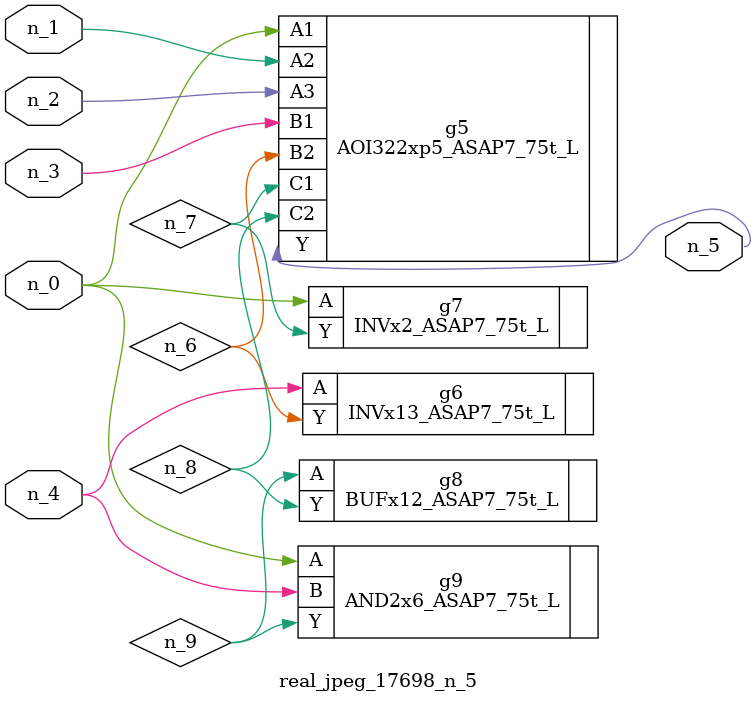
<source format=v>
module real_jpeg_17698_n_5 (n_4, n_0, n_1, n_2, n_3, n_5);

input n_4;
input n_0;
input n_1;
input n_2;
input n_3;

output n_5;

wire n_8;
wire n_6;
wire n_7;
wire n_9;

AOI322xp5_ASAP7_75t_L g5 ( 
.A1(n_0),
.A2(n_1),
.A3(n_2),
.B1(n_3),
.B2(n_6),
.C1(n_7),
.C2(n_8),
.Y(n_5)
);

INVx2_ASAP7_75t_L g7 ( 
.A(n_0),
.Y(n_7)
);

AND2x6_ASAP7_75t_L g9 ( 
.A(n_0),
.B(n_4),
.Y(n_9)
);

INVx13_ASAP7_75t_L g6 ( 
.A(n_4),
.Y(n_6)
);

BUFx12_ASAP7_75t_L g8 ( 
.A(n_9),
.Y(n_8)
);


endmodule
</source>
